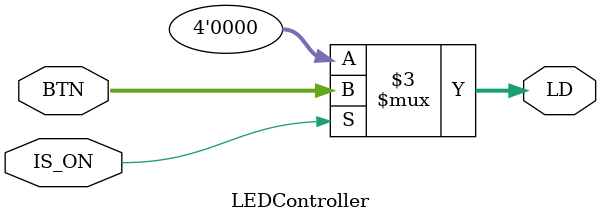
<source format=v>
`timescale 1ns / 1ps



module LEDController #(
    parameter WIDTH = 4
    )(
    input [WIDTH-1:0] BTN,
    input wire IS_ON,
    output reg [WIDTH-1:0] LD
    );
     
    //assign LD = BTN;

    always @(*) begin
        if(IS_ON) begin
            LD = BTN;
        end
        else begin
            LD = {WIDTH{1'b0}};
        end
    end
endmodule

</source>
